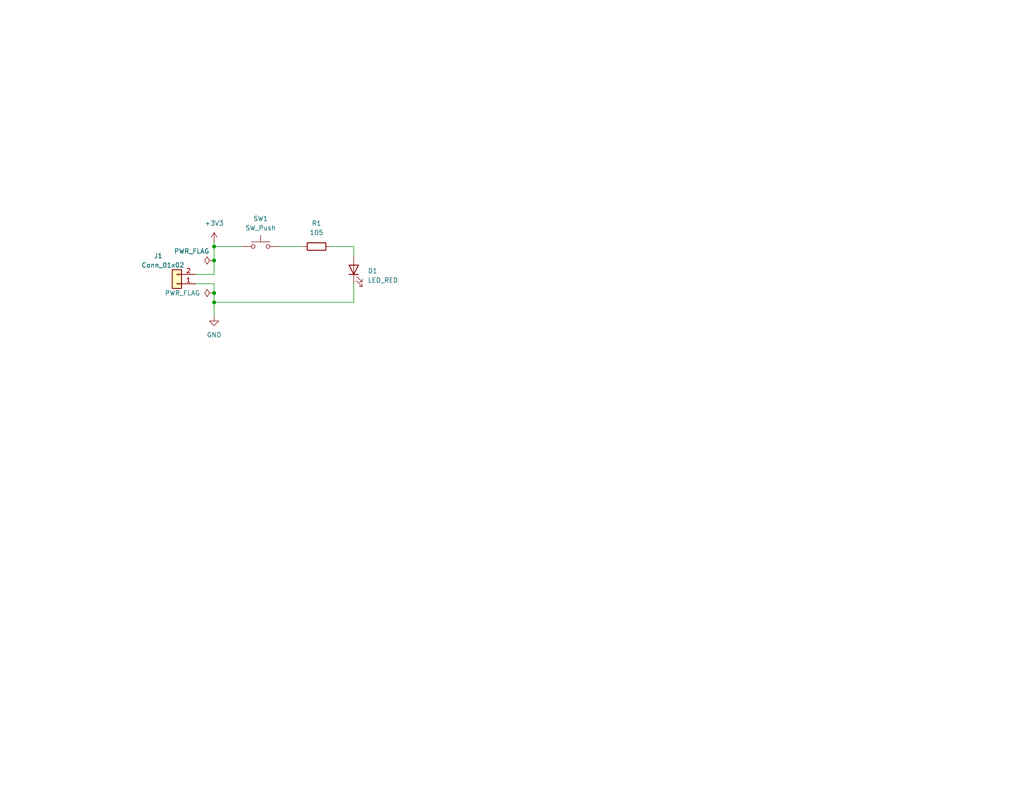
<source format=kicad_sch>
(kicad_sch (version 20230121) (generator eeschema)
  (paper "USLetter")
  (title_block (title "HardwareIntro") (date "2023-09-06") (rev "0.0") (company "Illini Solar Car") (comment 1 "Designed By: Jiseob"))
  (lib_symbols
    (symbol "Connector_Generic:Conn_01x02" (pin_names (offset 1.016) hide)
      (property "Reference" "J" (at 0 2.54 0))
      (property "Value" "Conn_01x02" (at 0 -5.08 0))
      (symbol "Conn_01x02_1_1"
        (rectangle (start -1.27 -2.413) (end 0 -2.667) (stroke (width 0.1524)))
        (rectangle (start -1.27 0.127) (end 0 -0.127) (stroke (width 0.1524)))
        (rectangle (start -1.27 1.27) (end 1.27 -3.81) (stroke (width 0.254)) (fill (type background)))
        (pin passive line (at -5.08 0 0) (length 3.81) (name "Pin_1") (number "1"))
        (pin passive line (at -5.08 -2.54 0) (length 3.81) (name "Pin_2") (number "2"))
      )
    )
    (symbol "Device:R" (pin_numbers hide) (pin_names (offset 0))
      (property "Reference" "R" (at 2.032 0 90))
      (property "Value" "R" (at 0 0 90))
      (symbol "R_0_1"
        (rectangle (start -1.016 -2.54) (end 1.016 2.54) (stroke (width 0.254)))
      )
      (symbol "R_1_1"
        (pin passive line (at 0 3.81 270) (length 1.27) (name "~") (number "1"))
        (pin passive line (at 0 -3.81 90) (length 1.27) (name "~") (number "2"))
      )
    )
    (symbol "Switch:SW_Push" (pin_numbers hide) (pin_names (offset 1.016) hide)
      (property "Reference" "SW" (at 1.27 2.54 0))
      (property "Value" "SW_Push" (at 0 -1.524 0))
      (symbol "SW_Push_0_1"
        (circle (center -2.032 0) (radius 0.508))
        (polyline (pts (xy 0 1.27) (xy 0 3.048)))
        (polyline (pts (xy 2.54 1.27) (xy -2.54 1.27)))
        (circle (center 2.032 0) (radius 0.508))
        (pin passive line (at -5.08 0 0) (length 2.54) (name "1") (number "1"))
        (pin passive line (at 5.08 0 180) (length 2.54) (name "2") (number "2"))
      )
    )
    (symbol "device:LED" (pin_numbers hide) (pin_names (offset 1.016) hide)
      (property "Reference" "D" (at 0 2.54 0))
      (property "Value" "LED" (at 0 -2.54 0))
      (symbol "LED_0_1"
        (polyline (pts (xy -1.27 -1.27) (xy -1.27 1.27)) (stroke (width 0.254)))
        (polyline (pts (xy -1.27 0) (xy 1.27 0)))
        (polyline (pts (xy 1.27 -1.27) (xy 1.27 1.27) (xy -1.27 0) (xy 1.27 -1.27)) (stroke (width 0.254)))
        (polyline (pts (xy -3.048 -0.762) (xy -4.572 -2.286) (xy -3.81 -2.286) (xy -4.572 -2.286) (xy -4.572 -1.524)))
        (polyline (pts (xy -1.778 -0.762) (xy -3.302 -2.286) (xy -2.54 -2.286) (xy -3.302 -2.286) (xy -3.302 -1.524)))
      )
      (symbol "LED_1_1"
        (pin passive line (at -3.81 0 0) (length 2.54) (name "K") (number "1"))
        (pin passive line (at 3.81 0 180) (length 2.54) (name "A") (number "2"))
      )
    )
    (symbol "power:+3V3" (power) (pin_names (offset 0))
      (property "Value" "+3V3" (at 0 3.556 0))
      (symbol "+3V3_0_1"
        (polyline (pts (xy -0.762 1.27) (xy 0 2.54)))
        (polyline (pts (xy 0 0) (xy 0 2.54)))
        (polyline (pts (xy 0 2.54) (xy 0.762 1.27)))
      )
      (symbol "+3V3_1_1"
        (pin power_in line (at 0 0 90) (length 0) hide (name "+3V3") (number "1"))
      )
    )
    (symbol "power:GND" (power) (pin_names (offset 0))
      (property "Value" "GND" (at 0 -3.81 0))
      (symbol "GND_0_1"
        (polyline (pts (xy 0 0) (xy 0 -1.27) (xy 1.27 -1.27) (xy 0 -2.54) (xy -1.27 -1.27) (xy 0 -1.27)))
      )
      (symbol "GND_1_1"
        (pin power_in line (at 0 0 270) (length 0) hide (name "GND") (number "1"))
      )
    )
    (symbol "power:PWR_FLAG" (power) (pin_numbers hide) (pin_names (offset 0) hide)
      (property "Value" "PWR_FLAG" (at 0 3.81 0))
      (symbol "PWR_FLAG_0_0"
        (pin power_out line (at 0 0 90) (length 0) (name "pwr") (number "1"))
      )
      (symbol "PWR_FLAG_0_1"
        (polyline (pts (xy 0 0) (xy 0 1.27) (xy -1.016 1.905) (xy 0 2.54) (xy 1.016 1.905) (xy 0 1.27)))
      )
    )
  )
  (junction (at 58.42 80.01))
  (junction (at 58.42 67.31))
  (junction (at 58.42 82.55))
  (junction (at 58.42 71.12))
  (wire (pts (xy 53.34 74.93) (xy 58.42 74.93)))
  (wire (pts (xy 90.17 67.31) (xy 96.52 67.31)))
  (wire (pts (xy 58.42 77.47) (xy 58.42 80.01)))
  (wire (pts (xy 58.42 80.01) (xy 58.42 82.55)))
  (wire (pts (xy 58.42 82.55) (xy 58.42 86.36)))
  (wire (pts (xy 96.52 67.31) (xy 96.52 69.85)))
  (wire (pts (xy 96.52 77.47) (xy 96.52 82.55)))
  (wire (pts (xy 53.34 77.47) (xy 58.42 77.47)))
  (wire (pts (xy 58.42 71.12) (xy 58.42 67.31)))
  (wire (pts (xy 58.42 67.31) (xy 66.04 67.31)))
  (wire (pts (xy 58.42 74.93) (xy 58.42 71.12)))
  (wire (pts (xy 58.42 67.31) (xy 58.42 66.04)))
  (wire (pts (xy 58.42 82.55) (xy 96.52 82.55)))
  (wire (pts (xy 76.2 67.31) (xy 82.55 67.31)))
  (symbol (lib_id "power:+3V3") (at 58.42 66.04 0) (unit 1)
    (property "Reference" "#PWR01" (effects hide))
    (property "Value" "+3V3" (at 58.42 60.96 0))
  )
  (symbol (lib_id "Device:R") (at 86.36 67.31 90) (unit 1)
    (property "Reference" "R1" (at 86.36 60.96 90))
    (property "Value" "105" (at 86.36 63.5 90))
    (property "Footprint" "Resistor_SMD:R_0603_1608Metric_Pad0.98x0.95mm_HandSolder" (effects hide))
  )
  (symbol (lib_id "device:LED") (at 96.52 73.66 90) (unit 1)
    (property "Reference" "D1" (at 100.33 73.9775 90) (effects (justify right)))
    (property "Value" "LED_RED" (at 100.33 76.5175 90) (effects (justify right)))
    (property "Footprint" "layout:LED_0603_Symbol_on_F.SilkS" (effects hide))
    (property "Notes" "May change color" (effects hide))
  )
  (symbol (lib_id "power:GND") (at 58.42 86.36 0) (unit 1)
    (property "Reference" "#PWR02" (effects hide))
    (property "Value" "GND" (at 58.42 91.44 0))
  )
  (symbol (lib_id "power:PWR_FLAG") (at 58.42 80.01 90) (unit 1)
    (property "Reference" "#FLG02" (effects hide))
    (property "Value" "PWR_FLAG" (at 54.61 80.01 90) (effects (justify left)))
  )
  (symbol (lib_id "Connector_Generic:Conn_01x02") (at 48.26 77.47 180) (unit 1)
    (property "Reference" "J1" (at 43.18 69.85 0))
    (property "Value" "Conn_01x02" (at 44.45 72.39 0))
    (property "Footprint" "Connector_Molex:Molex_KK-254_AE-6410-02A_1x02_P2.54mm_Vertical" (effects hide))
    (property "Datasheet" "https://www.molex.com/en-us/products/part-detail/22272021" (effects hide))
    (property "MPN" "022272021" (effects hide))
  )
  (symbol (lib_id "power:PWR_FLAG") (at 58.42 71.12 90) (unit 1)
    (property "Reference" "#FLG01" (effects hide))
    (property "Value" "PWR_FLAG" (at 57.15 68.58 90) (effects (justify left)))
  )
  (symbol (lib_id "Switch:SW_Push") (at 71.12 67.31 0) (unit 1)
    (property "Reference" "SW1" (at 71.12 59.69 0))
    (property "Value" "SW_Push" (at 71.12 62.23 0))
    (property "Footprint" "Button_Switch_SMD:SW_DIP_SPSTx01_Slide_6.7x4.1mm_W8.61mm_P2.54mm_LowProfile" (effects hide))
    (property "Datasheet" "https://www.digikey.co.uk/en/products/detail/te-connectivity-alcoswitch-switches/1825910-6/1632536" (effects hide))
    (property "MPN" "1825910-6" (effects hide))
  )
)
</source>
